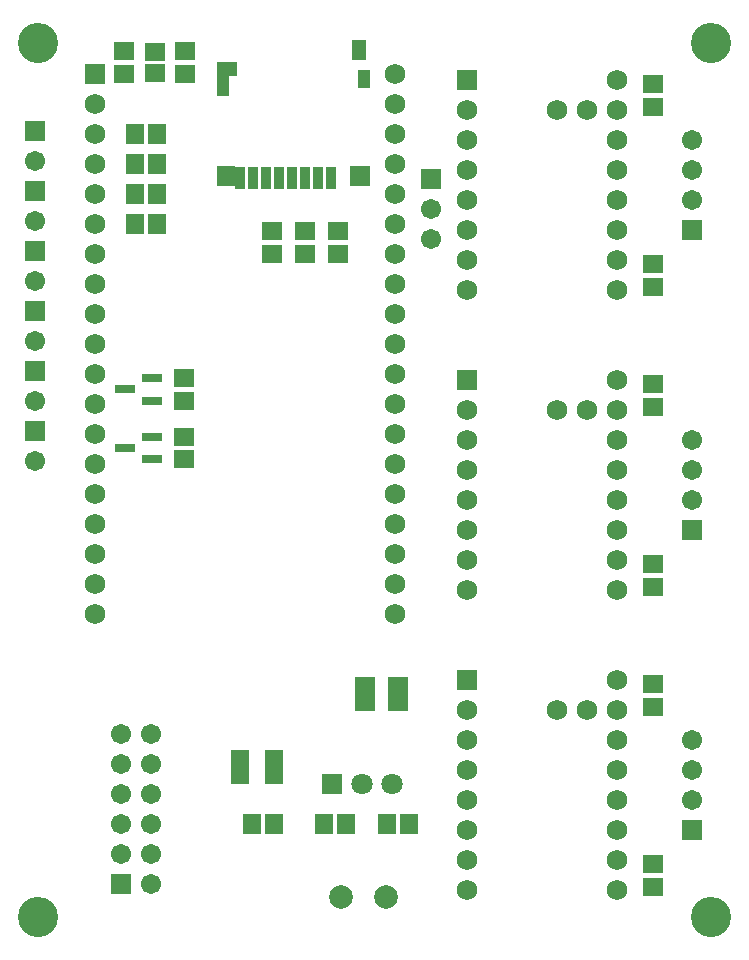
<source format=gts>
G04*
G04 #@! TF.GenerationSoftware,Altium Limited,Altium Designer,19.1.8 (144)*
G04*
G04 Layer_Color=8388736*
%FSLAX43Y43*%
%MOMM*%
G71*
G01*
G75*
%ADD27R,1.653X0.803*%
%ADD28R,1.003X1.703*%
%ADD29R,1.003X1.603*%
%ADD30R,1.503X1.703*%
%ADD31R,1.703X1.703*%
%ADD32R,1.653X1.203*%
%ADD33R,1.203X1.753*%
%ADD34R,0.903X1.953*%
%ADD35R,1.703X1.503*%
%ADD36R,1.503X1.703*%
%ADD37R,1.703X1.603*%
%ADD38R,1.503X2.903*%
%ADD39R,1.803X2.903*%
%ADD40C,1.733*%
%ADD41R,1.733X1.733*%
%ADD42C,1.703*%
%ADD43R,1.703X1.703*%
%ADD44C,1.803*%
%ADD45R,1.803X1.803*%
%ADD46C,2.003*%
%ADD47C,3.403*%
D27*
X121698Y84521D02*
D03*
Y86421D02*
D03*
X119348Y85471D02*
D03*
X121698Y89474D02*
D03*
Y91374D02*
D03*
X119348Y90424D02*
D03*
D28*
X127654Y116070D02*
D03*
D29*
X139579Y116720D02*
D03*
D30*
X127904Y108470D02*
D03*
D31*
X139254D02*
D03*
D32*
X127979Y117570D02*
D03*
D33*
X139179Y119145D02*
D03*
D34*
X129104Y108345D02*
D03*
X130204D02*
D03*
X131304D02*
D03*
X132404D02*
D03*
X133504D02*
D03*
X134604D02*
D03*
X135704D02*
D03*
X136804D02*
D03*
D35*
X137414Y101920D02*
D03*
Y103820D02*
D03*
X134620Y101920D02*
D03*
Y103820D02*
D03*
X131826Y101920D02*
D03*
Y103820D02*
D03*
X124333Y91374D02*
D03*
Y89474D02*
D03*
X119253Y117160D02*
D03*
Y119060D02*
D03*
X164084Y65466D02*
D03*
Y63566D02*
D03*
Y50226D02*
D03*
Y48326D02*
D03*
Y90866D02*
D03*
Y88966D02*
D03*
Y75626D02*
D03*
Y73726D02*
D03*
Y116266D02*
D03*
Y114366D02*
D03*
Y101026D02*
D03*
Y99126D02*
D03*
X124460Y117160D02*
D03*
Y119060D02*
D03*
X124333Y84521D02*
D03*
Y86421D02*
D03*
D36*
X122108Y109474D02*
D03*
X120208D02*
D03*
X122108Y112014D02*
D03*
X120208D02*
D03*
X122108Y106934D02*
D03*
X120208D02*
D03*
X132014Y53594D02*
D03*
X130114D02*
D03*
X120208Y104394D02*
D03*
X122108D02*
D03*
X138110Y53594D02*
D03*
X136210D02*
D03*
X141544D02*
D03*
X143444D02*
D03*
D37*
X121920Y119010D02*
D03*
Y117210D02*
D03*
D38*
X132006Y58420D02*
D03*
X129106D02*
D03*
D39*
X142497Y64643D02*
D03*
X139697D02*
D03*
D40*
X142240Y117084D02*
D03*
Y114544D02*
D03*
Y112004D02*
D03*
Y109464D02*
D03*
Y106924D02*
D03*
Y104384D02*
D03*
Y101844D02*
D03*
Y99304D02*
D03*
Y96764D02*
D03*
Y94224D02*
D03*
Y91684D02*
D03*
Y89144D02*
D03*
Y86604D02*
D03*
Y84064D02*
D03*
Y81524D02*
D03*
Y78984D02*
D03*
Y76444D02*
D03*
Y73904D02*
D03*
Y71364D02*
D03*
X116840D02*
D03*
Y73904D02*
D03*
Y76444D02*
D03*
Y78984D02*
D03*
Y81524D02*
D03*
Y84064D02*
D03*
Y86604D02*
D03*
Y89144D02*
D03*
Y91684D02*
D03*
Y94224D02*
D03*
Y96764D02*
D03*
Y99304D02*
D03*
Y101844D02*
D03*
Y104384D02*
D03*
Y106924D02*
D03*
Y109464D02*
D03*
Y112004D02*
D03*
Y114544D02*
D03*
X161036Y65786D02*
D03*
Y63246D02*
D03*
Y60706D02*
D03*
Y58166D02*
D03*
Y55626D02*
D03*
Y53086D02*
D03*
Y50546D02*
D03*
Y48006D02*
D03*
X148336D02*
D03*
Y50546D02*
D03*
Y53086D02*
D03*
Y55626D02*
D03*
Y58166D02*
D03*
Y60706D02*
D03*
Y63246D02*
D03*
X161036Y116586D02*
D03*
Y114046D02*
D03*
Y111506D02*
D03*
Y108966D02*
D03*
Y106426D02*
D03*
Y103886D02*
D03*
Y101346D02*
D03*
Y98806D02*
D03*
X148336D02*
D03*
Y101346D02*
D03*
Y103886D02*
D03*
Y106426D02*
D03*
Y108966D02*
D03*
Y111506D02*
D03*
Y114046D02*
D03*
X161036Y91186D02*
D03*
Y88646D02*
D03*
Y86106D02*
D03*
Y83566D02*
D03*
Y81026D02*
D03*
Y78486D02*
D03*
Y75946D02*
D03*
Y73406D02*
D03*
X148336D02*
D03*
Y75946D02*
D03*
Y78486D02*
D03*
Y81026D02*
D03*
Y83566D02*
D03*
Y86106D02*
D03*
Y88646D02*
D03*
X158496Y63246D02*
D03*
X155956D02*
D03*
X158496Y88646D02*
D03*
X155956D02*
D03*
Y114046D02*
D03*
X158496D02*
D03*
D41*
X116840Y117084D02*
D03*
X148336Y65786D02*
D03*
Y116586D02*
D03*
Y91186D02*
D03*
D42*
X121539Y61214D02*
D03*
X118999D02*
D03*
X121539Y58674D02*
D03*
X118999D02*
D03*
X121539Y56134D02*
D03*
X118999D02*
D03*
X121539Y53594D02*
D03*
X118999D02*
D03*
X121539Y51054D02*
D03*
X118999D02*
D03*
X121539Y48514D02*
D03*
X111760Y99568D02*
D03*
Y104648D02*
D03*
Y109728D02*
D03*
Y89408D02*
D03*
Y94488D02*
D03*
X145288Y105664D02*
D03*
Y103124D02*
D03*
X167386Y60706D02*
D03*
Y58166D02*
D03*
Y55626D02*
D03*
Y111506D02*
D03*
Y108966D02*
D03*
Y106426D02*
D03*
Y86106D02*
D03*
Y83566D02*
D03*
Y81026D02*
D03*
X111760Y84328D02*
D03*
D43*
X118999Y48514D02*
D03*
X111760Y102108D02*
D03*
Y107188D02*
D03*
Y112268D02*
D03*
Y91948D02*
D03*
Y97028D02*
D03*
X145288Y108204D02*
D03*
X167386Y53086D02*
D03*
Y103886D02*
D03*
Y78486D02*
D03*
X111760Y86868D02*
D03*
D44*
X141986Y57023D02*
D03*
X139446D02*
D03*
D45*
X136906D02*
D03*
D46*
X137673Y47469D02*
D03*
X141483D02*
D03*
D47*
X169000Y119746D02*
D03*
X112000D02*
D03*
Y45746D02*
D03*
X169000D02*
D03*
M02*

</source>
